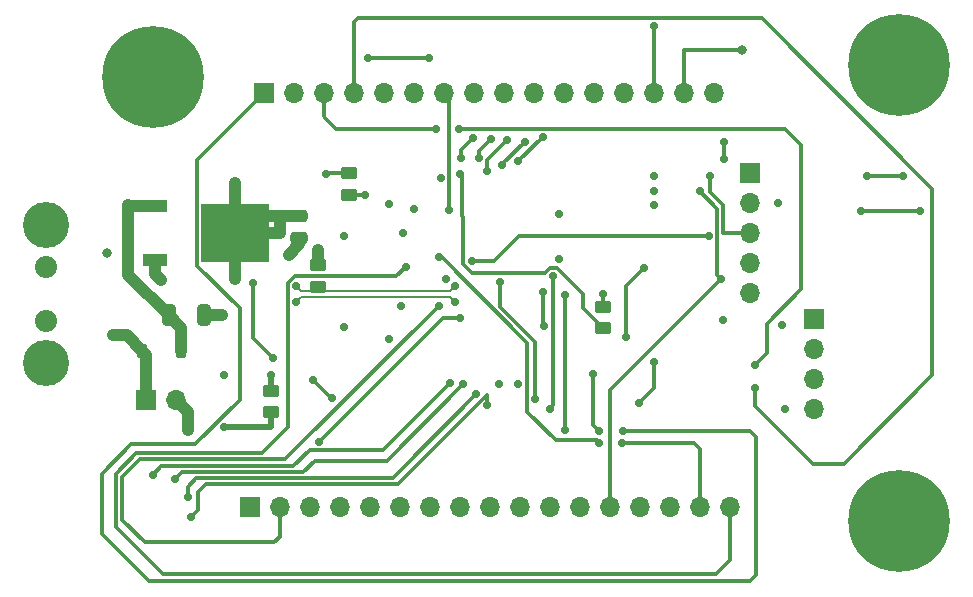
<source format=gbr>
%TF.GenerationSoftware,KiCad,Pcbnew,7.0.7-7.0.7~ubuntu22.04.1*%
%TF.CreationDate,2023-09-19T15:28:46+02:00*%
%TF.ProjectId,kicad103,6b696361-6431-4303-932e-6b696361645f,rev?*%
%TF.SameCoordinates,Original*%
%TF.FileFunction,Copper,L4,Bot*%
%TF.FilePolarity,Positive*%
%FSLAX46Y46*%
G04 Gerber Fmt 4.6, Leading zero omitted, Abs format (unit mm)*
G04 Created by KiCad (PCBNEW 7.0.7-7.0.7~ubuntu22.04.1) date 2023-09-19 15:28:46*
%MOMM*%
%LPD*%
G01*
G04 APERTURE LIST*
G04 Aperture macros list*
%AMRoundRect*
0 Rectangle with rounded corners*
0 $1 Rounding radius*
0 $2 $3 $4 $5 $6 $7 $8 $9 X,Y pos of 4 corners*
0 Add a 4 corners polygon primitive as box body*
4,1,4,$2,$3,$4,$5,$6,$7,$8,$9,$2,$3,0*
0 Add four circle primitives for the rounded corners*
1,1,$1+$1,$2,$3*
1,1,$1+$1,$4,$5*
1,1,$1+$1,$6,$7*
1,1,$1+$1,$8,$9*
0 Add four rect primitives between the rounded corners*
20,1,$1+$1,$2,$3,$4,$5,0*
20,1,$1+$1,$4,$5,$6,$7,0*
20,1,$1+$1,$6,$7,$8,$9,0*
20,1,$1+$1,$8,$9,$2,$3,0*%
G04 Aperture macros list end*
%TA.AperFunction,SMDPad,CuDef*%
%ADD10RoundRect,0.250000X0.450000X-0.262500X0.450000X0.262500X-0.450000X0.262500X-0.450000X-0.262500X0*%
%TD*%
%TA.AperFunction,SMDPad,CuDef*%
%ADD11RoundRect,0.250000X-0.450000X0.262500X-0.450000X-0.262500X0.450000X-0.262500X0.450000X0.262500X0*%
%TD*%
%TA.AperFunction,SMDPad,CuDef*%
%ADD12RoundRect,0.250000X-0.475000X0.250000X-0.475000X-0.250000X0.475000X-0.250000X0.475000X0.250000X0*%
%TD*%
%TA.AperFunction,ComponentPad*%
%ADD13R,1.700000X1.700000*%
%TD*%
%TA.AperFunction,ComponentPad*%
%ADD14O,1.700000X1.700000*%
%TD*%
%TA.AperFunction,ComponentPad*%
%ADD15C,0.900000*%
%TD*%
%TA.AperFunction,ComponentPad*%
%ADD16C,8.600000*%
%TD*%
%TA.AperFunction,ComponentPad*%
%ADD17C,1.875000*%
%TD*%
%TA.AperFunction,ComponentPad*%
%ADD18C,3.894000*%
%TD*%
%TA.AperFunction,SMDPad,CuDef*%
%ADD19R,2.100000X1.000000*%
%TD*%
%TA.AperFunction,SMDPad,CuDef*%
%ADD20R,5.850000X4.900000*%
%TD*%
%TA.AperFunction,SMDPad,CuDef*%
%ADD21RoundRect,0.250000X-0.325000X-0.650000X0.325000X-0.650000X0.325000X0.650000X-0.325000X0.650000X0*%
%TD*%
%TA.AperFunction,SMDPad,CuDef*%
%ADD22RoundRect,0.225000X0.225000X0.375000X-0.225000X0.375000X-0.225000X-0.375000X0.225000X-0.375000X0*%
%TD*%
%TA.AperFunction,ViaPad*%
%ADD23C,0.700000*%
%TD*%
%TA.AperFunction,ViaPad*%
%ADD24C,0.800000*%
%TD*%
%TA.AperFunction,Conductor*%
%ADD25C,1.000000*%
%TD*%
%TA.AperFunction,Conductor*%
%ADD26C,0.200000*%
%TD*%
%TA.AperFunction,Conductor*%
%ADD27C,0.300000*%
%TD*%
%TA.AperFunction,Conductor*%
%ADD28C,0.500000*%
%TD*%
G04 APERTURE END LIST*
D10*
%TO.P,R1,1*%
%TO.N,Net-(D2-K)*%
X68000000Y-79000000D03*
%TO.P,R1,2*%
%TO.N,GND*%
X68000000Y-77175000D03*
%TD*%
%TO.P,R5,1*%
%TO.N,Net-(U1-BOOT0)*%
X96100000Y-71912500D03*
%TO.P,R5,2*%
%TO.N,GND*%
X96100000Y-70087500D03*
%TD*%
D11*
%TO.P,R4,1*%
%TO.N,+3.3V*%
X72000000Y-66575000D03*
%TO.P,R4,2*%
%TO.N,/USB_D+*%
X72000000Y-68400000D03*
%TD*%
D12*
%TO.P,C2,1*%
%TO.N,+3.3V*%
X70400000Y-62400000D03*
%TO.P,C2,2*%
%TO.N,GND*%
X70400000Y-64300000D03*
%TD*%
D11*
%TO.P,R2,1*%
%TO.N,Net-(D3-K)*%
X74600000Y-58787500D03*
%TO.P,R2,2*%
%TO.N,GND*%
X74600000Y-60612500D03*
%TD*%
D13*
%TO.P,J5,1,Pin_1*%
%TO.N,PB15*%
X67380000Y-52000000D03*
D14*
%TO.P,J5,2,Pin_2*%
%TO.N,PB14*%
X69920000Y-52000000D03*
%TO.P,J5,3,Pin_3*%
%TO.N,PB13*%
X72460000Y-52000000D03*
%TO.P,J5,4,Pin_4*%
%TO.N,PB12*%
X75000000Y-52000000D03*
%TO.P,J5,5,Pin_5*%
%TO.N,PB11*%
X77540000Y-52000000D03*
%TO.P,J5,6,Pin_6*%
%TO.N,PB10*%
X80080000Y-52000000D03*
%TO.P,J5,7,Pin_7*%
%TO.N,PB9*%
X82620000Y-52000000D03*
%TO.P,J5,8,Pin_8*%
%TO.N,PB8*%
X85160000Y-52000000D03*
%TO.P,J5,9,Pin_9*%
%TO.N,PB7*%
X87700000Y-52000000D03*
%TO.P,J5,10,Pin_10*%
%TO.N,PB6*%
X90240000Y-52000000D03*
%TO.P,J5,11,Pin_11*%
%TO.N,PB5*%
X92780000Y-52000000D03*
%TO.P,J5,12,Pin_12*%
%TO.N,PB4*%
X95320000Y-52000000D03*
%TO.P,J5,13,Pin_13*%
%TO.N,PB3*%
X97860000Y-52000000D03*
%TO.P,J5,14,Pin_14*%
%TO.N,PB2*%
X100400000Y-52000000D03*
%TO.P,J5,15,Pin_15*%
%TO.N,PB1*%
X102940000Y-52000000D03*
%TO.P,J5,16,Pin_16*%
%TO.N,PB0*%
X105480000Y-52000000D03*
%TD*%
D13*
%TO.P,J2,1,Pin_1*%
%TO.N,Net-(D1-A)*%
X57460000Y-78000000D03*
D14*
%TO.P,J2,2,Pin_2*%
%TO.N,GND*%
X60000000Y-78000000D03*
%TD*%
D15*
%TO.P,H3,1,1*%
%TO.N,GND*%
X54794581Y-50600000D03*
X55739162Y-48319581D03*
X55739162Y-52880419D03*
X58019581Y-47375000D03*
D16*
X58019581Y-50600000D03*
D15*
X58019581Y-53825000D03*
X60300000Y-48319581D03*
X60300000Y-52880419D03*
X61244581Y-50600000D03*
%TD*%
D13*
%TO.P,J7,1,Pin_1*%
%TO.N,+3.3V*%
X114000000Y-71080000D03*
D14*
%TO.P,J7,2,Pin_2*%
%TO.N,PB14*%
X114000000Y-73620000D03*
%TO.P,J7,3,Pin_3*%
%TO.N,PB13*%
X114000000Y-76160000D03*
%TO.P,J7,4,Pin_4*%
%TO.N,GND*%
X114000000Y-78700000D03*
%TD*%
D15*
%TO.P,H2,1,1*%
%TO.N,GND*%
X117994581Y-88180419D03*
X118939162Y-85900000D03*
X118939162Y-90460838D03*
X121219581Y-84955419D03*
D16*
X121219581Y-88180419D03*
D15*
X121219581Y-91405419D03*
X123500000Y-85900000D03*
X123500000Y-90460838D03*
X124444581Y-88180419D03*
%TD*%
D13*
%TO.P,J8,1,Pin_1*%
%TO.N,PB3*%
X108600000Y-58720000D03*
D14*
%TO.P,J8,2,Pin_2*%
%TO.N,+3.3V*%
X108600000Y-61260000D03*
%TO.P,J8,3,Pin_3*%
%TO.N,PA13*%
X108600000Y-63800000D03*
%TO.P,J8,4,Pin_4*%
%TO.N,PA14*%
X108600000Y-66340000D03*
%TO.P,J8,5,Pin_5*%
%TO.N,GND*%
X108600000Y-68880000D03*
%TD*%
D13*
%TO.P,J9,1,Pin_1*%
%TO.N,PA0*%
X66220000Y-87000000D03*
D14*
%TO.P,J9,2,Pin_2*%
%TO.N,PA1*%
X68760000Y-87000000D03*
%TO.P,J9,3,Pin_3*%
%TO.N,PA2*%
X71300000Y-87000000D03*
%TO.P,J9,4,Pin_4*%
%TO.N,PA3*%
X73840000Y-87000000D03*
%TO.P,J9,5,Pin_5*%
%TO.N,PA4*%
X76380000Y-87000000D03*
%TO.P,J9,6,Pin_6*%
%TO.N,PA5*%
X78920000Y-87000000D03*
%TO.P,J9,7,Pin_7*%
%TO.N,PA6*%
X81460000Y-87000000D03*
%TO.P,J9,8,Pin_8*%
%TO.N,PA7*%
X84000000Y-87000000D03*
%TO.P,J9,9,Pin_9*%
%TO.N,PA8*%
X86540000Y-87000000D03*
%TO.P,J9,10,Pin_10*%
%TO.N,PA9*%
X89080000Y-87000000D03*
%TO.P,J9,11,Pin_11*%
%TO.N,PA10*%
X91620000Y-87000000D03*
%TO.P,J9,12,Pin_12*%
%TO.N,PA13*%
X94160000Y-87000000D03*
%TO.P,J9,13,Pin_13*%
%TO.N,PA14*%
X96700000Y-87000000D03*
%TO.P,J9,14,Pin_14*%
%TO.N,PA15*%
X99240000Y-87000000D03*
%TO.P,J9,15,Pin_15*%
%TO.N,PC13*%
X101780000Y-87000000D03*
%TO.P,J9,16,Pin_16*%
%TO.N,PC14*%
X104320000Y-87000000D03*
%TO.P,J9,17,Pin_17*%
%TO.N,PC15*%
X106860000Y-87000000D03*
%TD*%
D17*
%TO.P,J1,5,5*%
%TO.N,unconnected-(J1-Pad5)*%
X48975000Y-66750000D03*
%TO.P,J1,6,6*%
%TO.N,unconnected-(J1-Pad6)*%
X48975000Y-71250000D03*
D18*
%TO.P,J1,7,7*%
%TO.N,unconnected-(J1-Pad7)*%
X48975000Y-63150000D03*
%TO.P,J1,8,8*%
%TO.N,unconnected-(J1-Pad8)*%
X48975000Y-74850000D03*
%TD*%
D15*
%TO.P,H1,1,1*%
%TO.N,GND*%
X117975000Y-49600000D03*
X118919581Y-47319581D03*
X118919581Y-51880419D03*
X121200000Y-46375000D03*
D16*
X121200000Y-49600000D03*
D15*
X121200000Y-52825000D03*
X123480419Y-47319581D03*
X123480419Y-51880419D03*
X124425000Y-49600000D03*
%TD*%
D19*
%TO.P,IC1,1,GND*%
%TO.N,GND*%
X58200000Y-66080000D03*
%TO.P,IC1,3,VIN*%
%TO.N,Net-(D1-K)*%
X58200000Y-61520000D03*
D20*
%TO.P,IC1,4,(THERMALPAD)*%
%TO.N,+3.3V*%
X65000000Y-63800000D03*
%TD*%
D21*
%TO.P,C1,1*%
%TO.N,Net-(D1-K)*%
X59350000Y-70800000D03*
%TO.P,C1,2*%
%TO.N,GND*%
X62300000Y-70800000D03*
%TD*%
D22*
%TO.P,D1,1,K*%
%TO.N,Net-(D1-K)*%
X60400000Y-73800000D03*
%TO.P,D1,2,A*%
%TO.N,Net-(D1-A)*%
X57100000Y-73800000D03*
%TD*%
D23*
%TO.N,+3.3V*%
X92400000Y-62200000D03*
X88900000Y-76600000D03*
X110900000Y-61300000D03*
X65000000Y-67700000D03*
X79000000Y-70000000D03*
X65000000Y-59600000D03*
X100400000Y-59000000D03*
X72000000Y-65300000D03*
X64000000Y-75900000D03*
X79200000Y-63800000D03*
X68800000Y-63800000D03*
X111300000Y-71600000D03*
X80100000Y-61800000D03*
%TO.N,/USB_D-*%
X70157513Y-69650000D03*
X83549513Y-69650000D03*
%TO.N,GND*%
X111500000Y-78700000D03*
X87300000Y-76600000D03*
X82400000Y-59200000D03*
X78000000Y-61400000D03*
X74200000Y-64100000D03*
X82800000Y-67700000D03*
X106300000Y-71200000D03*
X100400000Y-60300000D03*
X78000000Y-72800000D03*
D24*
X63900000Y-70800000D03*
D23*
X74200000Y-71800000D03*
X69500000Y-65700000D03*
X100400000Y-61500000D03*
X92400000Y-66000000D03*
X76000000Y-60600000D03*
D24*
X61000000Y-80500000D03*
X54100000Y-65500000D03*
D23*
X96100000Y-69000000D03*
D24*
X58700000Y-67800000D03*
D23*
X68000000Y-75900000D03*
%TO.N,/USB_D+*%
X70157513Y-68350000D03*
X83549513Y-68350000D03*
%TO.N,PA13*%
X92900000Y-80500000D03*
X105200000Y-59000000D03*
X92900000Y-69100000D03*
%TO.N,PA14*%
X104300000Y-60300000D03*
X106100000Y-67700000D03*
%TO.N,PB3*%
X106400000Y-56100500D03*
X106400000Y-57600000D03*
%TO.N,PA15*%
X100400000Y-74800000D03*
X99600000Y-66800000D03*
X99200000Y-78200000D03*
X98100000Y-72600000D03*
%TO.N,PC14*%
X97700000Y-81600000D03*
X95800000Y-81600000D03*
X82236654Y-65900000D03*
%TO.N,PC15*%
X79398360Y-66700000D03*
%TO.N,PB15*%
X97800000Y-80600000D03*
X95300000Y-75763000D03*
X91100000Y-71700000D03*
X95800000Y-80600000D03*
X91000000Y-68800000D03*
%TO.N,PB14*%
X76200000Y-49000000D03*
X81400000Y-49000000D03*
%TO.N,PB13*%
X82000000Y-55000000D03*
X109000000Y-75000000D03*
X83900000Y-55000000D03*
%TO.N,PB12*%
X109000000Y-77000000D03*
%TO.N,PB11*%
X84000000Y-71000000D03*
X68200000Y-74400000D03*
X72100000Y-81500000D03*
X71600000Y-76300000D03*
X66500000Y-68100000D03*
X73200000Y-77800000D03*
%TO.N,PB10*%
X61200000Y-87900000D03*
X86300000Y-78400000D03*
%TO.N,PB9*%
X83050500Y-61896691D03*
%TO.N,PB8*%
X85100000Y-55800000D03*
X84125535Y-57499500D03*
%TO.N,PB7*%
X86600000Y-55900000D03*
X85600000Y-57499500D03*
%TO.N,PB6*%
X86305378Y-58605378D03*
X88000000Y-56000000D03*
%TO.N,PB5*%
X89500000Y-56100000D03*
X87600000Y-58100000D03*
%TO.N,PB4*%
X91000000Y-55700000D03*
X88955378Y-57755378D03*
%TO.N,PB2*%
X85400000Y-77500000D03*
X100400000Y-46349500D03*
X61000000Y-86200000D03*
%TO.N,PB1*%
X59900000Y-84700000D03*
D24*
X107900000Y-48300000D03*
D23*
X84300000Y-76600000D03*
X118500000Y-59000000D03*
X121500000Y-59000000D03*
%TO.N,PB0*%
X118000000Y-62000000D03*
X123000000Y-62000000D03*
X83194622Y-76494622D03*
X58000000Y-84300000D03*
%TO.N,PA1*%
X82200000Y-70000000D03*
%TO.N,PA9*%
X87400000Y-68024500D03*
X90400000Y-77900000D03*
%TO.N,Net-(D3-K)*%
X72700000Y-58800000D03*
%TO.N,PA10*%
X91600000Y-78700000D03*
X91900000Y-67500000D03*
%TO.N,Net-(J3-Pin_10)*%
X105100000Y-64100000D03*
X85000000Y-66200000D03*
%TO.N,Net-(U1-BOOT0)*%
X84050500Y-58844396D03*
D24*
%TO.N,Net-(D1-A)*%
X54600000Y-72500000D03*
D23*
%TO.N,Net-(D2-K)*%
X64000000Y-80300000D03*
%TD*%
D25*
%TO.N,Net-(D1-K)*%
X60400000Y-73800000D02*
X60400000Y-71850000D01*
X60400000Y-71850000D02*
X59350000Y-70800000D01*
X55900000Y-67350000D02*
X55900000Y-61500000D01*
X59350000Y-70800000D02*
X55900000Y-67350000D01*
X55900000Y-61500000D02*
X55920000Y-61520000D01*
X55920000Y-61520000D02*
X58200000Y-61520000D01*
%TO.N,+3.3V*%
X72000000Y-66575000D02*
X72000000Y-65300000D01*
X65000000Y-63800000D02*
X65000000Y-59600000D01*
X70400000Y-62400000D02*
X68800000Y-62400000D01*
X68800000Y-63800000D02*
X68800000Y-62400000D01*
X65000000Y-63800000D02*
X68800000Y-63800000D01*
X65000000Y-63800000D02*
X65000000Y-67700000D01*
X68800000Y-62400000D02*
X66400000Y-62400000D01*
X66400000Y-62400000D02*
X65000000Y-63800000D01*
D26*
%TO.N,/USB_D-*%
X70157513Y-69650000D02*
X70582513Y-69225000D01*
X83124514Y-69225001D02*
X83549513Y-69650000D01*
X70582513Y-69225000D02*
X83124514Y-69225001D01*
D27*
%TO.N,GND*%
X96100000Y-70087500D02*
X96100000Y-69000000D01*
D25*
X58200000Y-67300000D02*
X58700000Y-67800000D01*
X60000000Y-78000000D02*
X61000000Y-79000000D01*
D28*
X68000000Y-77175000D02*
X68000000Y-75900000D01*
D27*
X74600000Y-60612500D02*
X75987500Y-60612500D01*
D25*
X58200000Y-66080000D02*
X58200000Y-67300000D01*
X61000000Y-79000000D02*
X61000000Y-80500000D01*
D27*
X75987500Y-60612500D02*
X76000000Y-60600000D01*
D25*
X70400000Y-64800000D02*
X69500000Y-65700000D01*
X70400000Y-64300000D02*
X70400000Y-64800000D01*
X62300000Y-70800000D02*
X63900000Y-70800000D01*
D26*
%TO.N,/USB_D+*%
X70157513Y-68350000D02*
X70582513Y-68775000D01*
X70582513Y-68775000D02*
X83124514Y-68774999D01*
X83124514Y-68774999D02*
X83549513Y-68350000D01*
D27*
%TO.N,PA13*%
X105200000Y-59000000D02*
X105200000Y-60400000D01*
X92900000Y-80500000D02*
X92900000Y-69100000D01*
X106300000Y-61500000D02*
X105200000Y-60400000D01*
X108600000Y-63800000D02*
X106300000Y-63800000D01*
X106300000Y-63800000D02*
X106300000Y-61500000D01*
%TO.N,PA14*%
X104300000Y-60300000D02*
X105800000Y-61800000D01*
X105800000Y-67400000D02*
X106100000Y-67700000D01*
X96700000Y-87000000D02*
X96700000Y-77100000D01*
X96700000Y-77100000D02*
X106100000Y-67700000D01*
X105800000Y-61800000D02*
X105800000Y-67400000D01*
%TO.N,PB3*%
X106400000Y-57600000D02*
X106400000Y-56100500D01*
%TO.N,PA15*%
X99200000Y-78200000D02*
X100400000Y-77000000D01*
X100400000Y-77000000D02*
X100400000Y-74800000D01*
X99600000Y-66800000D02*
X98100000Y-68300000D01*
X98100000Y-68300000D02*
X98100000Y-72600000D01*
%TO.N,PC14*%
X95600000Y-81400000D02*
X95800000Y-81600000D01*
X89700000Y-79000000D02*
X92100000Y-81400000D01*
X89700000Y-78289950D02*
X89700000Y-73110050D01*
X82364053Y-65774103D02*
X82236654Y-65774103D01*
X89700000Y-78289950D02*
X89700000Y-79000000D01*
X104320000Y-82120000D02*
X104320000Y-87000000D01*
X103800000Y-81600000D02*
X104320000Y-82120000D01*
X92100000Y-81400000D02*
X95600000Y-81400000D01*
X97700000Y-81600000D02*
X103800000Y-81600000D01*
X89700000Y-73110050D02*
X82364053Y-65774103D01*
%TO.N,PC15*%
X69457513Y-80300000D02*
X67257513Y-82500000D01*
X79398360Y-66700000D02*
X78608410Y-67489950D01*
X54900000Y-88700000D02*
X58900000Y-92700000D01*
X70027613Y-67489950D02*
X69457513Y-68060050D01*
X67257513Y-82500000D02*
X56600000Y-82500000D01*
X54900000Y-84200000D02*
X54900000Y-88700000D01*
X58900000Y-92700000D02*
X105700000Y-92700000D01*
X106860000Y-91540000D02*
X106860000Y-87000000D01*
X105700000Y-92700000D02*
X106860000Y-91540000D01*
X69457513Y-68060050D02*
X69457513Y-80300000D01*
X78608410Y-67489950D02*
X70027613Y-67489950D01*
X56600000Y-82500000D02*
X54900000Y-84200000D01*
%TO.N,PB15*%
X108600000Y-93300000D02*
X57700000Y-93300000D01*
X108600000Y-80600000D02*
X109100000Y-81100000D01*
X57700000Y-93300000D02*
X53700000Y-89300000D01*
X97800000Y-80600000D02*
X108600000Y-80600000D01*
X53700000Y-84200000D02*
X56189950Y-81710050D01*
X65352082Y-70227082D02*
X61725000Y-66600000D01*
X95300000Y-75763000D02*
X95300000Y-80100000D01*
X53700000Y-89300000D02*
X53700000Y-84200000D01*
X91000000Y-71600000D02*
X91100000Y-71700000D01*
X65352082Y-77957968D02*
X65352082Y-70227082D01*
X61725000Y-57655000D02*
X67380000Y-52000000D01*
X95300000Y-80100000D02*
X95800000Y-80600000D01*
X56189950Y-81710050D02*
X61600000Y-81710050D01*
X61725000Y-66600000D02*
X61725000Y-57655000D01*
X109100000Y-81100000D02*
X109100000Y-92800000D01*
X109100000Y-92800000D02*
X108600000Y-93300000D01*
X91000000Y-68800000D02*
X91000000Y-71600000D01*
X61600000Y-81710050D02*
X65352082Y-77957968D01*
%TO.N,PB14*%
X81400000Y-49000000D02*
X76200000Y-49000000D01*
%TO.N,PB13*%
X72600000Y-54100000D02*
X73500000Y-55000000D01*
X72460000Y-53960000D02*
X72600000Y-54100000D01*
X112900000Y-68600000D02*
X112900000Y-56400000D01*
X110000000Y-71500000D02*
X112900000Y-68600000D01*
X73500000Y-55000000D02*
X74100000Y-55000000D01*
X72460000Y-52000000D02*
X72460000Y-53960000D01*
X110000000Y-74000000D02*
X110000000Y-71500000D01*
X109000000Y-75000000D02*
X110000000Y-74000000D01*
X111500000Y-55000000D02*
X83900000Y-55000000D01*
X74100000Y-55000000D02*
X82000000Y-55000000D01*
X112900000Y-56400000D02*
X111500000Y-55000000D01*
%TO.N,PB12*%
X75350500Y-45649500D02*
X75000000Y-46000000D01*
X109549500Y-45649500D02*
X75350500Y-45649500D01*
X124000000Y-75900000D02*
X124000000Y-60100000D01*
X109000000Y-77000000D02*
X109000000Y-78500000D01*
X75000000Y-46000000D02*
X75000000Y-52000000D01*
X109000000Y-78500000D02*
X113900000Y-83400000D01*
X113900000Y-83400000D02*
X116500000Y-83400000D01*
X116500000Y-83400000D02*
X124000000Y-75900000D01*
X124000000Y-60100000D02*
X109549500Y-45649500D01*
%TO.N,PB11*%
X84000000Y-71000000D02*
X82600000Y-71000000D01*
X66500000Y-72700000D02*
X66500000Y-68100000D01*
X73200000Y-77800000D02*
X73100000Y-77800000D01*
X82600000Y-71000000D02*
X72100000Y-81500000D01*
X73100000Y-77800000D02*
X71600000Y-76300000D01*
X68200000Y-74400000D02*
X66500000Y-72700000D01*
%TO.N,PB10*%
X61800000Y-85800000D02*
X62500000Y-85100000D01*
X86300000Y-77589950D02*
X86300000Y-78400000D01*
X61200000Y-87900000D02*
X61800000Y-87300000D01*
X78789950Y-85100000D02*
X86300000Y-77589950D01*
X62500000Y-85100000D02*
X78789950Y-85100000D01*
X61800000Y-87300000D02*
X61800000Y-85800000D01*
%TO.N,PB9*%
X83100000Y-61847191D02*
X83100000Y-52480000D01*
X83050500Y-61896691D02*
X83100000Y-61847191D01*
X83100000Y-52480000D02*
X82620000Y-52000000D01*
%TO.N,PB8*%
X84125535Y-56774465D02*
X85100000Y-55800000D01*
X84125535Y-57499500D02*
X84125535Y-56774465D01*
%TO.N,PB7*%
X85600000Y-57499500D02*
X85600000Y-56900000D01*
X85600000Y-56900000D02*
X86600000Y-55900000D01*
%TO.N,PB6*%
X86305378Y-57694622D02*
X88000000Y-56000000D01*
X86305378Y-58605378D02*
X86305378Y-57694622D01*
%TO.N,PB5*%
X87600000Y-58100000D02*
X87600000Y-58000000D01*
X87600000Y-58000000D02*
X89500000Y-56100000D01*
%TO.N,PB4*%
X88955378Y-57744622D02*
X91000000Y-55700000D01*
X88955378Y-57755378D02*
X88955378Y-57744622D01*
%TO.N,PB2*%
X61000000Y-85300000D02*
X61000000Y-86200000D01*
X78300000Y-84600000D02*
X61700000Y-84600000D01*
X100400000Y-46349500D02*
X100400000Y-52000000D01*
X79100000Y-83800000D02*
X78300000Y-84600000D01*
X61700000Y-84600000D02*
X61000000Y-85300000D01*
X85400000Y-77500000D02*
X79100000Y-83800000D01*
%TO.N,PB1*%
X70700000Y-84100000D02*
X61400000Y-84100000D01*
X71700000Y-83100000D02*
X70700000Y-84100000D01*
X60500000Y-84100000D02*
X59900000Y-84700000D01*
X84300000Y-76600000D02*
X77800000Y-83100000D01*
X102940000Y-48360000D02*
X107840000Y-48360000D01*
X77800000Y-83100000D02*
X71700000Y-83100000D01*
X102940000Y-48360000D02*
X102940000Y-52000000D01*
X107840000Y-48360000D02*
X107900000Y-48300000D01*
X118500000Y-59000000D02*
X121500000Y-59000000D01*
X61400000Y-84100000D02*
X60500000Y-84100000D01*
%TO.N,PB0*%
X61100000Y-83600000D02*
X58700000Y-83600000D01*
X69900000Y-83600000D02*
X61100000Y-83600000D01*
X71300000Y-82200000D02*
X69900000Y-83600000D01*
X77489244Y-82200000D02*
X71300000Y-82200000D01*
X58700000Y-83600000D02*
X58000000Y-84300000D01*
X83194622Y-76494622D02*
X77489244Y-82200000D01*
X123000000Y-62000000D02*
X118000000Y-62000000D01*
%TO.N,PA1*%
X69550000Y-82650000D02*
X82200000Y-70000000D01*
X69200000Y-83000000D02*
X69550000Y-82650000D01*
X68760000Y-89540000D02*
X68300000Y-90000000D01*
X56900000Y-83000000D02*
X69200000Y-83000000D01*
X57300000Y-90000000D02*
X55400000Y-88100000D01*
X68760000Y-87000000D02*
X68760000Y-89540000D01*
X55400000Y-84500000D02*
X56900000Y-83000000D01*
X68300000Y-90000000D02*
X57300000Y-90000000D01*
X55400000Y-88100000D02*
X55400000Y-84500000D01*
%TO.N,PA9*%
X87400000Y-68024500D02*
X87400000Y-70102944D01*
X90397056Y-73100000D02*
X90400000Y-73100000D01*
X87400000Y-70102944D02*
X90397056Y-73100000D01*
X90400000Y-73100000D02*
X90400000Y-77900000D01*
%TO.N,Net-(D3-K)*%
X72712500Y-58787500D02*
X72700000Y-58800000D01*
X74600000Y-58787500D02*
X72712500Y-58787500D01*
%TO.N,PA10*%
X91900000Y-67500000D02*
X91900000Y-78400000D01*
X91900000Y-78400000D02*
X91600000Y-78700000D01*
%TO.N,Net-(J3-Pin_10)*%
X105100000Y-64100000D02*
X89000000Y-64100000D01*
X89000000Y-64100000D02*
X86900000Y-66200000D01*
X86900000Y-66200000D02*
X85000000Y-66200000D01*
%TO.N,Net-(U1-BOOT0)*%
X94412500Y-70225000D02*
X94412500Y-69022550D01*
X91610050Y-66800000D02*
X91200000Y-67210050D01*
X84200000Y-58993896D02*
X84050500Y-58844396D01*
X96100000Y-71912500D02*
X94412500Y-70225000D01*
X85020100Y-67210050D02*
X84300000Y-66489950D01*
X94412500Y-69022550D02*
X92189950Y-66800000D01*
X91200000Y-67210050D02*
X85020100Y-67210050D01*
X92189950Y-66800000D02*
X91610050Y-66800000D01*
X84200000Y-62400000D02*
X84300000Y-62500000D01*
X84200000Y-61300000D02*
X84200000Y-62400000D01*
X84300000Y-66489950D02*
X84300000Y-62500000D01*
X84200000Y-61300000D02*
X84200000Y-58993896D01*
D25*
%TO.N,Net-(D1-A)*%
X54600000Y-72500000D02*
X55800000Y-72500000D01*
X55800000Y-72500000D02*
X57100000Y-73800000D01*
X57460000Y-78000000D02*
X57460000Y-74160000D01*
X57460000Y-74160000D02*
X57100000Y-73800000D01*
D28*
%TO.N,Net-(D2-K)*%
X64000000Y-80300000D02*
X68000000Y-80300000D01*
X68000000Y-79000000D02*
X68000000Y-80300000D01*
%TD*%
M02*

</source>
